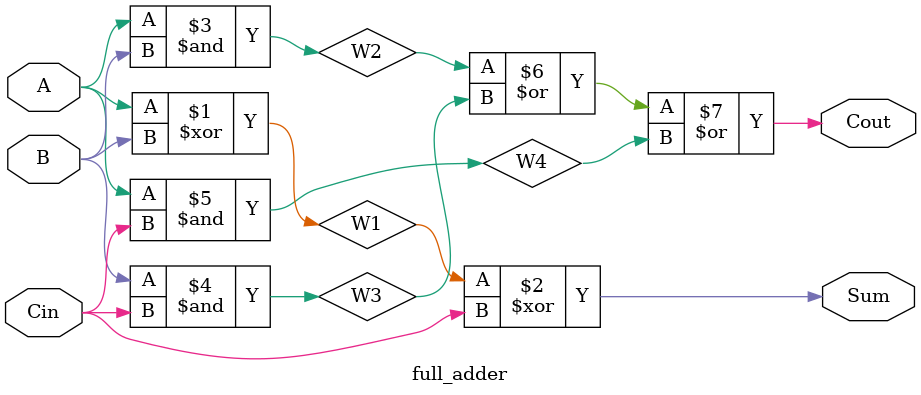
<source format=v>
`timescale 1ns / 1ps
module full_adder(
    input A,
    input B,
    input Cin,
    output Sum,
    output Cout
    );

xor (W1, A,B);
xor (Sum, W1, Cin);

and (W2, A,B);
and (W3, B,Cin);
and (W4, A,Cin);
or (Cout, W2,W3,W4);

endmodule

</source>
